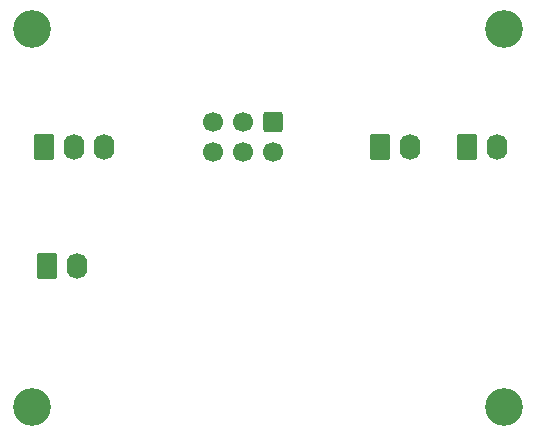
<source format=gbr>
%TF.GenerationSoftware,KiCad,Pcbnew,9.0.0*%
%TF.CreationDate,2025-03-10T19:20:38+08:00*%
%TF.ProjectId,xk9_miniencabulator,786b395f-6d69-46e6-9965-6e636162756c,rev?*%
%TF.SameCoordinates,Original*%
%TF.FileFunction,Soldermask,Bot*%
%TF.FilePolarity,Negative*%
%FSLAX46Y46*%
G04 Gerber Fmt 4.6, Leading zero omitted, Abs format (unit mm)*
G04 Created by KiCad (PCBNEW 9.0.0) date 2025-03-10 19:20:38*
%MOMM*%
%LPD*%
G01*
G04 APERTURE LIST*
G04 Aperture macros list*
%AMRoundRect*
0 Rectangle with rounded corners*
0 $1 Rounding radius*
0 $2 $3 $4 $5 $6 $7 $8 $9 X,Y pos of 4 corners*
0 Add a 4 corners polygon primitive as box body*
4,1,4,$2,$3,$4,$5,$6,$7,$8,$9,$2,$3,0*
0 Add four circle primitives for the rounded corners*
1,1,$1+$1,$2,$3*
1,1,$1+$1,$4,$5*
1,1,$1+$1,$6,$7*
1,1,$1+$1,$8,$9*
0 Add four rect primitives between the rounded corners*
20,1,$1+$1,$2,$3,$4,$5,0*
20,1,$1+$1,$4,$5,$6,$7,0*
20,1,$1+$1,$6,$7,$8,$9,0*
20,1,$1+$1,$8,$9,$2,$3,0*%
G04 Aperture macros list end*
%ADD10RoundRect,0.250000X-0.600000X0.600000X-0.600000X-0.600000X0.600000X-0.600000X0.600000X0.600000X0*%
%ADD11C,1.700000*%
%ADD12RoundRect,0.250000X-0.620000X-0.845000X0.620000X-0.845000X0.620000X0.845000X-0.620000X0.845000X0*%
%ADD13O,1.740000X2.190000*%
%ADD14C,3.200000*%
G04 APERTURE END LIST*
D10*
%TO.C,J1*%
X98933000Y-46355000D03*
D11*
X98933000Y-48895000D03*
X96393000Y-46355000D03*
X96393000Y-48895000D03*
X93853000Y-46355000D03*
X93853000Y-48895000D03*
%TD*%
D12*
%TO.C,J3*%
X79756000Y-58547000D03*
D13*
X82296000Y-58547000D03*
%TD*%
D12*
%TO.C,J5*%
X79502000Y-48514000D03*
D13*
X82042000Y-48514000D03*
X84582000Y-48514000D03*
%TD*%
D12*
%TO.C,J4*%
X115316000Y-48514000D03*
D13*
X117856000Y-48514000D03*
%TD*%
D14*
%TO.C,H3*%
X118491000Y-38481000D03*
%TD*%
%TO.C,H4*%
X118491000Y-70485000D03*
%TD*%
D12*
%TO.C,J2*%
X107950000Y-48514000D03*
D13*
X110490000Y-48514000D03*
%TD*%
D14*
%TO.C,H2*%
X78486000Y-70485000D03*
%TD*%
%TO.C,H1*%
X78486000Y-38481000D03*
%TD*%
M02*

</source>
